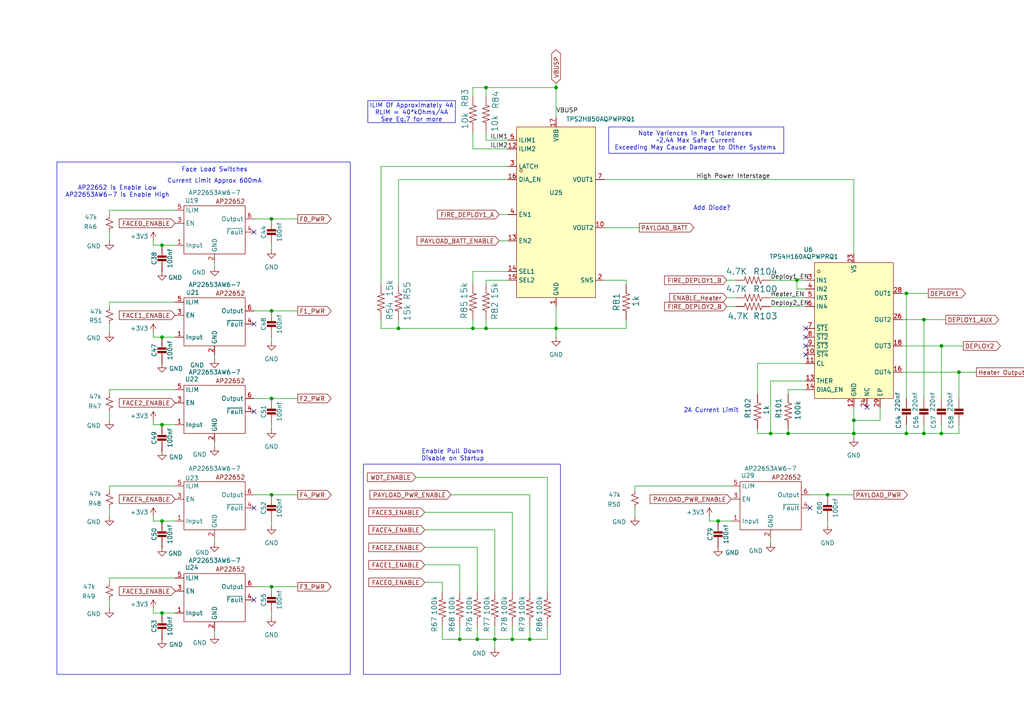
<source format=kicad_sch>
(kicad_sch (version 20250114) (generator "eeschema") (generator_version "9.0")
  (paper "A4")
  (lib_symbols
    (symbol "Adafruit ItsyBitsy RP2040-eagle-import:CAP_CERAMIC_0402NO"
      (property "Reference" "C" (at -2.29 1.25 90))
      (property "Value" "CAP_CERAMIC_0402NO" (at 2.3 1.25 90))
      (symbol "CAP_CERAMIC_0402NO_1_0"
        (rectangle (start -1.27 1.524) (end 1.27 2.032) (fill (type outline)))
        (rectangle (start -1.27 0.508) (end 1.27 1.016) (fill (type outline)))
        (polyline (pts (xy 0 2.54) (xy 0 1.778)) (stroke (width 0.1524)))
        (polyline (pts (xy 0 0.762) (xy 0 0)) (stroke (width 0.1524)))
        (pin passive line (at 0 5.08 270) (length 2.54) (name "1") (number "1"))
        (pin passive line (at 0 -2.54 90) (length 2.54) (name "2") (number "2"))
      )
    )
    (symbol "Device:R_Small_US" (pin_numbers (hide yes)) (pin_names (offset 0.254) (hide yes))
      (property "Reference" "R" (at 0.762 0.508 0))
      (property "Value" "R_Small_US" (at 0.762 -1.016 0))
      (symbol "R_Small_US_1_1"
        (polyline (pts (xy 0 1.524) (xy 1.016 1.143) (xy 0 0.762) (xy -1.016 0.381) (xy 0 0)))
        (polyline (pts (xy 0 0) (xy 1.016 -0.381) (xy 0 -0.762) (xy -1.016 -1.143) (xy 0 -1.524)))
        (pin passive line (at 0 2.54 270) (length 1.016) (name "~") (number "1"))
        (pin passive line (at 0 -2.54 90) (length 1.016) (name "~") (number "2"))
      )
    )
    (symbol "GND_1" (power) (pin_numbers (hide yes)) (pin_names (offset 0) (hide yes))
      (property "Value" "GND" (at 0 -3.81 0))
      (symbol "GND_1_0_1"
        (polyline (pts (xy 0 0) (xy 0 -1.27) (xy 1.27 -1.27) (xy 0 -2.54) (xy -1.27 -1.27) (xy 0 -1.27)))
      )
      (symbol "GND_1_1_1"
        (pin power_in line (at 0 0 270) (length 0) (name "~") (number "1"))
      )
    )
    (symbol "Power_Management:AP22652"
      (property "Reference" "U" (at -7.874 9.906 0))
      (symbol "AP22652_0_1"
        (rectangle (start -8.89 8.89) (end 8.89 -5.08))
      )
      (symbol "AP22652_1_1"
        (text "AP22652" (at 4.572 10.16 0) (effects (font (size 1.27 1.27))))
        (pin input line (at -11.43 7.62 0) (length 2.54) (name "ILIM") (number "5"))
        (pin input line (at -11.43 3.81 0) (length 2.54) (name "EN") (number "3"))
        (pin input line (at -11.43 -2.54 0) (length 2.54) (name "Input") (number "1"))
        (pin input line (at 0 -7.62 90) (length 2.54) (name "GND") (number "2"))
        (pin output line (at 11.43 5.08 180) (length 2.54) (name "Output") (number "6"))
        (pin output line (at 11.43 1.27 180) (length 2.54) (name "~{Fault}") (number "4"))
      )
    )
    (symbol "easyeda2kicad:TPS2HB50AQPWPRQ1"
      (property "Reference" "U" (at 0 12.7 0))
      (property "Value" "TPS2HB50AQPWPRQ1" (at -14.732 38.862 0))
      (symbol "TPS2HB50AQPWPRQ1_0_1"
        (rectangle (start -11.43 36.83) (end 11.43 -12.7) (fill (type background)))
        (circle (center -10.16 24.13) (radius 0.38))
        (pin unspecified line (at -13.97 33.02 0) (length 2.54) (name "ILIM1") (number "5"))
        (pin unspecified line (at -13.97 30.48 0) (length 2.54) (name "ILIM2") (number "12"))
        (pin unspecified line (at -13.97 25.4 0) (length 2.54) (name "LATCH") (number "3"))
        (pin unspecified line (at -13.97 21.59 0) (length 2.54) (name "DIA_EN") (number "16"))
        (pin unspecified line (at -13.97 11.43 0) (length 2.54) (name "EN1") (number "4"))
        (pin unspecified line (at -13.97 3.81 0) (length 2.54) (name "EN2") (number "13"))
        (pin unspecified line (at -13.97 -5.08 0) (length 2.54) (name "SEL1") (number "14"))
        (pin unspecified line (at -13.97 -7.62 0) (length 2.54) (name "SEL2") (number "15"))
        (pin unspecified line (at 0 -15.24 90) (length 2.54) (name "GND") (number "1"))
      )
      (symbol "TPS2HB50AQPWPRQ1_1_1"
        (pin unspecified line (at 0 39.37 270) (length 2.54) (name "VBB") (number "17"))
        (pin output line (at 13.97 21.59 180) (length 2.54) (hide yes) (name "VOUT1") (number "6"))
        (pin output line (at 13.97 21.59 180) (length 2.54) (name "VOUT1") (number "7"))
        (pin output line (at 13.97 21.59 180) (length 2.54) (hide yes) (name "VOUT1") (number "8"))
        (pin output line (at 13.97 7.62 180) (length 2.54) (name "VOUT2") (number "10"))
        (pin output line (at 13.97 7.62 180) (length 2.54) (hide yes) (name "VOUT2") (number "11"))
        (pin output line (at 13.97 7.62 180) (length 2.54) (hide yes) (name "VOUT2") (number "9"))
        (pin output line (at 13.97 -7.62 180) (length 2.54) (name "SNS") (number "2"))
      )
    )
    (symbol "easyeda2kicad:TPS4H160AQPWPRQ1"
      (property "Reference" "U" (at 0 24.13 0))
      (property "Value" "TPS4H160AQPWPRQ1" (at -19.812 21.59 0))
      (symbol "TPS4H160AQPWPRQ1_0_1"
        (rectangle (start -11.43 20.32) (end 11.43 -19.05) (fill (type background)))
        (circle (center -10.16 17.78) (radius 0.38))
        (pin unspecified line (at -13.97 15.24 0) (length 2.54) (name "IN1") (number "3"))
        (pin unspecified line (at -13.97 12.7 0) (length 2.54) (name "IN2") (number "4"))
        (pin unspecified line (at -13.97 10.16 0) (length 2.54) (name "IN3") (number "5"))
        (pin unspecified line (at -13.97 7.62 0) (length 2.54) (name "IN4") (number "6"))
        (pin unspecified line (at -13.97 1.27 0) (length 2.54) (name "~{ST1}") (number "7"))
        (pin unspecified line (at -13.97 -1.27 0) (length 2.54) (name "~{ST2}") (number "8"))
        (pin unspecified line (at -13.97 -3.81 0) (length 2.54) (name "~{ST3}") (number "9"))
        (pin unspecified line (at -13.97 -6.35 0) (length 2.54) (name "~{ST4}") (number "10"))
        (pin unspecified line (at -13.97 -8.89 0) (length 2.54) (name "CL") (number "11"))
        (pin unspecified line (at -13.97 -13.97 0) (length 2.54) (name "THER") (number "13"))
        (pin unspecified line (at -13.97 -16.51 0) (length 2.54) (name "DIAG_EN") (number "14"))
        (pin unspecified line (at 0 22.86 270) (length 2.54) (name "VS") (number "23"))
        (pin unspecified line (at 0 -21.59 90) (length 2.54) (name "GND") (number "12"))
        (pin unspecified line (at 3.81 -21.59 90) (length 2.54) (name "NC") (number "24"))
        (pin unspecified line (at 7.62 -21.59 90) (length 2.54) (name "EP") (number "29"))
        (pin unspecified line (at 13.97 11.43 180) (length 2.54) (name "OUT1") (number "28"))
        (pin unspecified line (at 13.97 3.81 180) (length 2.54) (name "OUT2") (number "26"))
        (pin unspecified line (at 13.97 -3.81 180) (length 2.54) (name "OUT3") (number "18"))
        (pin unspecified line (at 13.97 -11.43 180) (length 2.54) (name "OUT4") (number "16"))
      )
      (symbol "TPS4H160AQPWPRQ1_1_1"
        (pin unspecified line (at 0 22.86 270) (length 2.54) (hide yes) (name "VS") (number "20"))
        (pin unspecified line (at 0 22.86 270) (length 2.54) (hide yes) (name "VS") (number "21"))
        (pin unspecified line (at 0 22.86 270) (length 2.54) (hide yes) (name "VS") (number "22"))
        (pin unspecified line (at 0 -21.59 90) (length 2.54) (hide yes) (name "GND") (number "1"))
        (pin unspecified line (at 3.81 -21.59 90) (length 2.54) (hide yes) (name "NC") (number "19"))
        (pin unspecified line (at 3.81 -21.59 90) (length 2.54) (hide yes) (name "NC") (number "2"))
        (pin unspecified line (at 13.97 11.43 180) (length 2.54) (hide yes) (name "OUT1") (number "27"))
        (pin unspecified line (at 13.97 3.81 180) (length 2.54) (hide yes) (name "OUT2") (number "25"))
        (pin unspecified line (at 13.97 -3.81 180) (length 2.54) (hide yes) (name "OUT3") (number "17"))
        (pin unspecified line (at 13.97 -11.43 180) (length 2.54) (hide yes) (name "OUT4") (number "15"))
      )
    )
    (symbol "mainboard:R-US_R0603" (pin_names (offset 1.016))
      (property "Reference" "R" (at -3.81 1.4986 0))
      (property "Value" "R-US_R0603" (at -3.81 -3.302 0))
      (symbol "R-US_R0603_1_0"
        (polyline (pts (xy -2.54 0) (xy -2.159 1.016)))
        (polyline (pts (xy -2.159 1.016) (xy -1.524 -1.016)))
        (polyline (pts (xy -1.524 -1.016) (xy -0.889 1.016)))
        (polyline (pts (xy -0.889 1.016) (xy -0.254 -1.016)))
        (polyline (pts (xy -0.254 -1.016) (xy 0.381 1.016)))
        (polyline (pts (xy 0.381 1.016) (xy 1.016 -1.016)))
        (polyline (pts (xy 1.016 -1.016) (xy 1.651 1.016)))
        (polyline (pts (xy 1.651 1.016) (xy 2.286 -1.016)))
        (polyline (pts (xy 2.286 -1.016) (xy 2.54 0)))
        (pin passive line (at -5.08 0 0) (length 2.54) (name "1") (number "1"))
        (pin passive line (at 5.08 0 180) (length 2.54) (name "2") (number "2"))
      )
    )
    (symbol "mainboard:RESISTOR0603" (pin_names (offset 1.016))
      (property "Reference" "R" (at 0 1.524 0))
      (property "Value" "RESISTOR0603" (at 0 -1.524 0))
      (symbol "RESISTOR0603_1_0"
        (polyline (pts (xy -2.54 0) (xy -2.159 1.016)))
        (polyline (pts (xy -2.159 1.016) (xy -1.524 -1.016)))
        (polyline (pts (xy -1.524 -1.016) (xy -0.889 1.016)))
        (polyline (pts (xy -0.889 1.016) (xy -0.254 -1.016)))
        (polyline (pts (xy -0.254 -1.016) (xy 0.381 1.016)))
        (polyline (pts (xy 0.381 1.016) (xy 1.016 -1.016)))
        (polyline (pts (xy 1.016 -1.016) (xy 1.651 1.016)))
        (polyline (pts (xy 1.651 1.016) (xy 2.286 -1.016)))
        (polyline (pts (xy 2.286 -1.016) (xy 2.54 0)))
        (pin passive line (at -5.08 0 0) (length 2.54) (name "1") (number "1"))
        (pin passive line (at 5.08 0 180) (length 2.54) (name "2") (number "2"))
      )
    )
    (symbol "power:+3V3" (power) (pin_numbers (hide yes)) (pin_names (offset 0) (hide yes))
      (property "Value" "+3V3" (at 0 3.556 0))
      (symbol "+3V3_0_1"
        (polyline (pts (xy -0.762 1.27) (xy 0 2.54)))
        (polyline (pts (xy 0 2.54) (xy 0.762 1.27)))
        (polyline (pts (xy 0 0) (xy 0 2.54)))
      )
      (symbol "+3V3_1_1"
        (pin power_in line (at 0 0 90) (length 0) (name "~") (number "1"))
      )
    )
    (symbol "power:GND" (power) (pin_numbers (hide yes)) (pin_names (offset 0) (hide yes))
      (property "Value" "GND" (at 0 -3.81 0))
      (symbol "GND_0_1"
        (polyline (pts (xy 0 0) (xy 0 -1.27) (xy 1.27 -1.27) (xy 0 -2.54) (xy -1.27 -1.27) (xy 0 -1.27)))
      )
      (symbol "GND_1_1"
        (pin power_in line (at 0 0 270) (length 0) (name "~") (number "1"))
      )
    )
  )
  (rectangle (start 176.53 36.83) (end 227.33 44.45))
  (rectangle (start 106.68 29.21) (end 132.08 35.56))
  (rectangle (start 105.41 134.62) (end 162.56 195.58))
  (rectangle (start 16.51 46.99) (end 101.6 195.58))
  (text "Current Limit Approx 600mA" (at 62.23 52.578 0) (effects (font (size 1.27 1.27))))
  (text "ILIM Of Approximately 4A\nRLIM = 40*kOhms/4A\nSee Eq.7 for more\n\n" (at 119.38 33.782 0) (effects (font (size 1.27 1.27))))
  (text "Add Diode?" (at 206.502 60.452 0) (effects (font (size 1.27 1.27))))
  (text "Note Variences in Part Tolerances\n~2.4A Max Safe Current\nExceeding May Cause Damage to Other Systems" (at 201.676 40.894 0) (effects (font (size 1.27 1.27))))
  (text "2A Current Limit" (at 206.248 119.126 0) (effects (font (size 1.27 1.27))))
  (text "AP22652 is Enable Low\nAP22653AW6-7 is Enable High" (at 34.036 55.626 0) (effects (font (size 1.27 1.27))))
  (text "Enable Pull Downs\nDisable on Startup" (at 131.318 132.08 0) (effects (font (size 1.27 1.27))))
  (text "Face Load Switches\n" (at 62.23 49.276 0) (effects (font (size 1.27 1.27))))
  (junction (at 247.65 121.92))
  (junction (at 223.52 125.73))
  (junction (at 78.74 115.57))
  (junction (at 273.05 125.73))
  (junction (at 133.35 185.42))
  (junction (at 208.28 151.13))
  (junction (at 115.57 95.25))
  (junction (at 138.43 185.42))
  (junction (at 161.29 95.25))
  (junction (at 137.16 95.25))
  (junction (at 143.51 185.42))
  (junction (at 240.03 143.51))
  (junction (at 148.59 185.42))
  (junction (at 46.99 151.13))
  (junction (at 46.99 177.8))
  (junction (at 278.13 107.95))
  (junction (at 267.97 125.73))
  (junction (at 140.97 25.4))
  (junction (at 247.65 125.73))
  (junction (at 78.74 143.51))
  (junction (at 273.05 100.33))
  (junction (at 228.6 125.73))
  (junction (at 46.99 97.79))
  (junction (at 262.89 85.09))
  (junction (at 267.97 92.71))
  (junction (at 161.29 25.4))
  (junction (at 46.99 123.19))
  (junction (at 231.14 81.28))
  (junction (at 78.74 90.17))
  (junction (at 262.89 125.73))
  (junction (at 78.74 63.5))
  (junction (at 46.99 71.12))
  (junction (at 153.67 185.42))
  (junction (at 78.74 170.18))
  (junction (at 140.97 95.25))
  (no_connect (at 233.68 97.79))
  (no_connect (at 251.46 118.11))
  (no_connect (at 73.66 147.32))
  (no_connect (at 233.68 100.33))
  (no_connect (at 73.66 119.38))
  (no_connect (at 233.68 95.25))
  (no_connect (at 73.66 93.98))
  (no_connect (at 73.66 173.99))
  (no_connect (at 73.66 67.31))
  (no_connect (at 233.68 102.87))
  (no_connect (at 234.95 147.32))
  (wire (pts (xy 278.13 125.73) (xy 273.05 125.73)))
  (wire (pts (xy 240.03 143.51) (xy 247.65 143.51)))
  (wire (pts (xy 181.61 95.25) (xy 161.29 95.25)))
  (wire (pts (xy 128.27 181.61) (xy 128.27 185.42)))
  (wire (pts (xy 31.75 140.97) (xy 50.8 140.97)))
  (wire (pts (xy 148.59 185.42) (xy 143.51 185.42)))
  (wire (pts (xy 110.49 48.26) (xy 147.32 48.26)))
  (wire (pts (xy 110.49 92.71) (xy 110.49 95.25)))
  (wire (pts (xy 223.52 110.49) (xy 223.52 125.73)))
  (wire (pts (xy 143.51 153.67) (xy 143.51 171.45)))
  (wire (pts (xy 78.74 151.13) (xy 78.74 152.4)))
  (wire (pts (xy 110.49 95.25) (xy 115.57 95.25)))
  (wire (pts (xy 210.82 88.9) (xy 213.36 88.9)))
  (wire (pts (xy 31.75 67.31) (xy 31.75 69.85)))
  (wire (pts (xy 231.14 83.82) (xy 233.68 83.82)))
  (wire (pts (xy 46.99 123.19) (xy 50.8 123.19)))
  (wire (pts (xy 123.19 168.91) (xy 128.27 168.91)))
  (wire (pts (xy 228.6 125.73) (xy 247.65 125.73)))
  (wire (pts (xy 137.16 27.94) (xy 137.16 25.4)))
  (wire (pts (xy 31.75 147.32) (xy 31.75 149.86)))
  (wire (pts (xy 140.97 95.25) (xy 161.29 95.25)))
  (wire (pts (xy 228.6 113.03) (xy 228.6 114.3)))
  (wire (pts (xy 231.14 81.28) (xy 233.68 81.28)))
  (wire (pts (xy 50.8 113.03) (xy 31.75 113.03)))
  (wire (pts (xy 181.61 92.71) (xy 181.61 95.25)))
  (wire (pts (xy 44.45 149.86) (xy 44.45 151.13)))
  (wire (pts (xy 73.66 115.57) (xy 78.74 115.57)))
  (wire (pts (xy 133.35 181.61) (xy 133.35 185.42)))
  (wire (pts (xy 115.57 92.71) (xy 115.57 95.25)))
  (wire (pts (xy 44.45 151.13) (xy 46.99 151.13)))
  (wire (pts (xy 175.26 81.28) (xy 181.61 81.28)))
  (wire (pts (xy 144.78 69.85) (xy 147.32 69.85)))
  (wire (pts (xy 205.74 149.86) (xy 205.74 151.13)))
  (wire (pts (xy 140.97 92.71) (xy 140.97 95.25)))
  (wire (pts (xy 140.97 40.64) (xy 140.97 38.1)))
  (wire (pts (xy 262.89 85.09) (xy 262.89 115.57)))
  (wire (pts (xy 184.15 140.97) (xy 184.15 142.24)))
  (wire (pts (xy 219.71 124.46) (xy 219.71 125.73)))
  (wire (pts (xy 73.66 63.5) (xy 78.74 63.5)))
  (wire (pts (xy 31.75 113.03) (xy 31.75 114.3)))
  (wire (pts (xy 231.14 81.28) (xy 231.14 83.82)))
  (wire (pts (xy 143.51 185.42) (xy 143.51 187.96)))
  (wire (pts (xy 140.97 25.4) (xy 140.97 27.94)))
  (wire (pts (xy 78.74 90.17) (xy 86.36 90.17)))
  (wire (pts (xy 137.16 92.71) (xy 137.16 95.25)))
  (wire (pts (xy 247.65 127) (xy 247.65 125.73)))
  (wire (pts (xy 262.89 125.73) (xy 247.65 125.73)))
  (wire (pts (xy 267.97 125.73) (xy 262.89 125.73)))
  (wire (pts (xy 46.99 71.12) (xy 50.8 71.12)))
  (wire (pts (xy 273.05 100.33) (xy 279.4 100.33)))
  (wire (pts (xy 138.43 158.75) (xy 138.43 171.45)))
  (wire (pts (xy 133.35 185.42) (xy 138.43 185.42)))
  (wire (pts (xy 147.32 81.28) (xy 140.97 81.28)))
  (wire (pts (xy 140.97 25.4) (xy 161.29 25.4)))
  (wire (pts (xy 78.74 170.18) (xy 86.36 170.18)))
  (wire (pts (xy 31.75 93.98) (xy 31.75 96.52)))
  (wire (pts (xy 273.05 125.73) (xy 267.97 125.73)))
  (wire (pts (xy 278.13 107.95) (xy 283.21 107.95)))
  (wire (pts (xy 133.35 163.83) (xy 133.35 171.45)))
  (wire (pts (xy 62.23 156.21) (xy 62.23 157.48)))
  (wire (pts (xy 143.51 181.61) (xy 143.51 185.42)))
  (wire (pts (xy 50.8 60.96) (xy 31.75 60.96)))
  (wire (pts (xy 147.32 78.74) (xy 137.16 78.74)))
  (wire (pts (xy 261.62 107.95) (xy 278.13 107.95)))
  (wire (pts (xy 233.68 110.49) (xy 223.52 110.49)))
  (wire (pts (xy 123.19 148.59) (xy 148.59 148.59)))
  (wire (pts (xy 161.29 88.9) (xy 161.29 95.25)))
  (wire (pts (xy 110.49 48.26) (xy 110.49 82.55)))
  (wire (pts (xy 181.61 81.28) (xy 181.61 82.55)))
  (wire (pts (xy 128.27 185.42) (xy 133.35 185.42)))
  (wire (pts (xy 267.97 92.71) (xy 274.32 92.71)))
  (wire (pts (xy 205.74 151.13) (xy 208.28 151.13)))
  (wire (pts (xy 153.67 143.51) (xy 130.81 143.51)))
  (wire (pts (xy 223.52 125.73) (xy 228.6 125.73)))
  (wire (pts (xy 44.45 121.92) (xy 44.45 123.19)))
  (wire (pts (xy 278.13 123.19) (xy 278.13 125.73)))
  (wire (pts (xy 262.89 85.09) (xy 261.62 85.09)))
  (wire (pts (xy 267.97 92.71) (xy 267.97 115.57)))
  (wire (pts (xy 223.52 88.9) (xy 233.68 88.9)))
  (wire (pts (xy 31.75 119.38) (xy 31.75 121.92)))
  (wire (pts (xy 255.27 118.11) (xy 255.27 121.92)))
  (wire (pts (xy 148.59 181.61) (xy 148.59 185.42)))
  (wire (pts (xy 262.89 123.19) (xy 262.89 125.73)))
  (wire (pts (xy 138.43 185.42) (xy 143.51 185.42)))
  (wire (pts (xy 31.75 167.64) (xy 31.75 168.91)))
  (wire (pts (xy 223.52 81.28) (xy 231.14 81.28)))
  (wire (pts (xy 153.67 185.42) (xy 148.59 185.42)))
  (wire (pts (xy 261.62 100.33) (xy 273.05 100.33)))
  (wire (pts (xy 78.74 63.5) (xy 86.36 63.5)))
  (wire (pts (xy 158.75 185.42) (xy 153.67 185.42)))
  (wire (pts (xy 120.65 138.43) (xy 158.75 138.43)))
  (wire (pts (xy 153.67 171.45) (xy 153.67 143.51)))
  (wire (pts (xy 240.03 151.13) (xy 240.03 152.4)))
  (wire (pts (xy 44.45 97.79) (xy 46.99 97.79)))
  (wire (pts (xy 210.82 81.28) (xy 213.36 81.28)))
  (wire (pts (xy 247.65 52.07) (xy 247.65 73.66)))
  (wire (pts (xy 123.19 163.83) (xy 133.35 163.83)))
  (wire (pts (xy 46.99 151.13) (xy 50.8 151.13)))
  (wire (pts (xy 210.82 86.36) (xy 213.36 86.36)))
  (wire (pts (xy 269.24 85.09) (xy 262.89 85.09)))
  (wire (pts (xy 78.74 71.12) (xy 78.74 72.39)))
  (wire (pts (xy 50.8 167.64) (xy 31.75 167.64)))
  (wire (pts (xy 137.16 95.25) (xy 140.97 95.25)))
  (wire (pts (xy 255.27 121.92) (xy 247.65 121.92)))
  (wire (pts (xy 62.23 102.87) (xy 62.23 104.14)))
  (wire (pts (xy 44.45 176.53) (xy 44.45 177.8)))
  (wire (pts (xy 115.57 52.07) (xy 115.57 82.55)))
  (wire (pts (xy 247.65 118.11) (xy 247.65 121.92)))
  (wire (pts (xy 123.19 158.75) (xy 138.43 158.75)))
  (wire (pts (xy 161.29 25.4) (xy 161.29 24.13)))
  (wire (pts (xy 233.68 113.03) (xy 228.6 113.03)))
  (wire (pts (xy 153.67 181.61) (xy 153.67 185.42)))
  (wire (pts (xy 31.75 62.23) (xy 31.75 60.96)))
  (wire (pts (xy 223.52 86.36) (xy 233.68 86.36)))
  (wire (pts (xy 219.71 105.41) (xy 219.71 114.3)))
  (wire (pts (xy 115.57 95.25) (xy 137.16 95.25)))
  (wire (pts (xy 148.59 148.59) (xy 148.59 171.45)))
  (wire (pts (xy 261.62 92.71) (xy 267.97 92.71)))
  (wire (pts (xy 184.15 147.32) (xy 184.15 149.86)))
  (wire (pts (xy 273.05 100.33) (xy 273.05 115.57)))
  (wire (pts (xy 44.45 96.52) (xy 44.45 97.79)))
  (wire (pts (xy 147.32 43.18) (xy 137.16 43.18)))
  (wire (pts (xy 44.45 69.85) (xy 44.45 71.12)))
  (wire (pts (xy 138.43 181.61) (xy 138.43 185.42)))
  (wire (pts (xy 62.23 76.2) (xy 62.23 77.47)))
  (wire (pts (xy 137.16 78.74) (xy 137.16 82.55)))
  (wire (pts (xy 78.74 123.19) (xy 78.74 124.46)))
  (wire (pts (xy 78.74 115.57) (xy 86.36 115.57)))
  (wire (pts (xy 219.71 125.73) (xy 223.52 125.73)))
  (wire (pts (xy 267.97 123.19) (xy 267.97 125.73)))
  (wire (pts (xy 233.68 105.41) (xy 219.71 105.41)))
  (wire (pts (xy 31.75 140.97) (xy 31.75 142.24)))
  (wire (pts (xy 123.19 153.67) (xy 143.51 153.67)))
  (wire (pts (xy 212.09 140.97) (xy 184.15 140.97)))
  (wire (pts (xy 73.66 90.17) (xy 78.74 90.17)))
  (wire (pts (xy 247.65 121.92) (xy 247.65 125.73)))
  (wire (pts (xy 44.45 123.19) (xy 46.99 123.19)))
  (wire (pts (xy 78.74 143.51) (xy 86.36 143.51)))
  (wire (pts (xy 208.28 151.13) (xy 212.09 151.13)))
  (wire (pts (xy 137.16 25.4) (xy 140.97 25.4)))
  (wire (pts (xy 234.95 143.51) (xy 240.03 143.51)))
  (wire (pts (xy 31.75 87.63) (xy 50.8 87.63)))
  (wire (pts (xy 158.75 138.43) (xy 158.75 171.45)))
  (wire (pts (xy 78.74 177.8) (xy 78.74 179.07)))
  (wire (pts (xy 44.45 71.12) (xy 46.99 71.12)))
  (wire (pts (xy 73.66 143.51) (xy 78.74 143.51)))
  (wire (pts (xy 78.74 97.79) (xy 78.74 99.06)))
  (wire (pts (xy 144.78 62.23) (xy 147.32 62.23)))
  (wire (pts (xy 147.32 40.64) (xy 140.97 40.64)))
  (wire (pts (xy 175.26 66.04) (xy 185.42 66.04)))
  (wire (pts (xy 128.27 168.91) (xy 128.27 171.45)))
  (wire (pts (xy 31.75 87.63) (xy 31.75 88.9)))
  (wire (pts (xy 31.75 173.99) (xy 31.75 176.53)))
  (wire (pts (xy 44.45 177.8) (xy 46.99 177.8)))
  (wire (pts (xy 140.97 81.28) (xy 140.97 82.55)))
  (wire (pts (xy 115.57 52.07) (xy 147.32 52.07)))
  (wire (pts (xy 137.16 43.18) (xy 137.16 38.1)))
  (wire (pts (xy 161.29 25.4) (xy 161.29 34.29)))
  (wire (pts (xy 161.29 97.79) (xy 161.29 95.25)))
  (wire (pts (xy 223.52 156.21) (xy 223.52 157.48)))
  (wire (pts (xy 158.75 181.61) (xy 158.75 185.42)))
  (wire (pts (xy 62.23 128.27) (xy 62.23 129.54)))
  (wire (pts (xy 247.65 52.07) (xy 175.26 52.07)))
  (wire (pts (xy 73.66 170.18) (xy 78.74 170.18)))
  (wire (pts (xy 46.99 97.79) (xy 50.8 97.79)))
  (wire (pts (xy 273.05 123.19) (xy 273.05 125.73)))
  (wire (pts (xy 278.13 107.95) (xy 278.13 115.57)))
  (wire (pts (xy 46.99 177.8) (xy 50.8 177.8)))
  (wire (pts (xy 62.23 182.88) (xy 62.23 184.15)))
  (wire (pts (xy 228.6 124.46) (xy 228.6 125.73)))
  (label "Deploy1_EN" (at 223.52 81.28 0))
  (label "Deploy2_EN" (at 223.52 88.9 0))
  (label "High Power Interstage" (at 201.93 52.07 0))
  (label "VBUSP" (at 161.29 33.02 0))
  (label "ILIM1" (at 142.24 40.64 0))
  (label "Heater_EN" (at 223.52 86.36 0))
  (label "ILIM2" (at 142.24 43.18 0))
  (global_label "FACE0_ENABLE" (shape input) (at 50.8 64.77 180) (property "Intersheetrefs" "${INTERSHEET_REFS}" (effects (hide yes))))
  (global_label "F3_PWR" (shape output) (at 86.36 170.18 0) (property "Intersheetrefs" "${INTERSHEET_REFS}" (effects (hide yes))))
  (global_label "FACE1_ENABLE" (shape input) (at 50.8 91.44 180) (property "Intersheetrefs" "${INTERSHEET_REFS}" (effects (hide yes))))
  (global_label "DEPLOY1" (shape output) (at 269.24 85.09 0) (property "Intersheetrefs" "${INTERSHEET_REFS}" (effects (hide yes))))
  (global_label "FIRE_DEPLOY1_B" (shape input) (at 210.82 81.28 180) (property "Intersheetrefs" "${INTERSHEET_REFS}" (effects (hide yes))))
  (global_label "PAYLOAD_PWR_ENABLE" (shape input) (at 130.81 143.51 180) (property "Intersheetrefs" "${INTERSHEET_REFS}" (effects (hide yes))))
  (global_label "PAYLOAD_PWR_ENABLE" (shape input) (at 212.09 144.78 180) (property "Intersheetrefs" "${INTERSHEET_REFS}" (effects (hide yes))))
  (global_label "Heater Output" (shape output) (at 283.21 107.95 0) (property "Intersheetrefs" "${INTERSHEET_REFS}" (effects (hide yes))))
  (global_label "FACE1_ENABLE" (shape input) (at 123.19 163.83 180) (property "Intersheetrefs" "${INTERSHEET_REFS}" (effects (hide yes))))
  (global_label "PAYLOAD_BATT" (shape output) (at 185.42 66.04 0) (property "Intersheetrefs" "${INTERSHEET_REFS}" (effects (hide yes))))
  (global_label "PAYLOAD_BATT_ENABLE" (shape input) (at 144.78 69.85 180) (property "Intersheetrefs" "${INTERSHEET_REFS}" (effects (hide yes))))
  (global_label "FACE4_ENABLE" (shape input) (at 50.8 144.78 180) (property "Intersheetrefs" "${INTERSHEET_REFS}" (effects (hide yes))))
  (global_label "F0_PWR" (shape output) (at 86.36 63.5 0) (property "Intersheetrefs" "${INTERSHEET_REFS}" (effects (hide yes))))
  (global_label "FACE4_ENABLE" (shape input) (at 123.19 153.67 180) (property "Intersheetrefs" "${INTERSHEET_REFS}" (effects (hide yes))))
  (global_label "DEPLOY1_AUX" (shape output) (at 274.32 92.71 0) (property "Intersheetrefs" "${INTERSHEET_REFS}" (effects (hide yes))))
  (global_label "FIRE_DEPLOY2_B" (shape input) (at 210.82 88.9 180) (property "Intersheetrefs" "${INTERSHEET_REFS}" (effects (hide yes))))
  (global_label "FACE3_ENABLE" (shape input) (at 50.8 171.45 180) (property "Intersheetrefs" "${INTERSHEET_REFS}" (effects (hide yes))))
  (global_label "PAYLOAD_PWR" (shape output) (at 247.65 143.51 0) (property "Intersheetrefs" "${INTERSHEET_REFS}" (effects (hide yes))))
  (global_label "VBUSP" (shape bidirectional) (at 161.29 24.13 90) (property "Intersheetrefs" "${INTERSHEET_REFS}" (effects (hide yes))))
  (global_label "FIRE_DEPLOY1_A" (shape input) (at 144.78 62.23 180) (property "Intersheetrefs" "${INTERSHEET_REFS}" (effects (hide yes))))
  (global_label "FACE2_ENABLE" (shape input) (at 123.19 158.75 180) (property "Intersheetrefs" "${INTERSHEET_REFS}" (effects (hide yes))))
  (global_label "F1_PWR" (shape output) (at 86.36 90.17 0) (property "Intersheetrefs" "${INTERSHEET_REFS}" (effects (hide yes))))
  (global_label "F4_PWR" (shape output) (at 86.36 143.51 0) (property "Intersheetrefs" "${INTERSHEET_REFS}" (effects (hide yes))))
  (global_label "WDT_ENABLE" (shape input) (at 120.65 138.43 180) (property "Intersheetrefs" "${INTERSHEET_REFS}" (effects (hide yes))))
  (global_label "DEPLOY2" (shape output) (at 279.4 100.33 0) (property "Intersheetrefs" "${INTERSHEET_REFS}" (effects (hide yes))))
  (global_label "FACE0_ENABLE" (shape input) (at 123.19 168.91 180) (property "Intersheetrefs" "${INTERSHEET_REFS}" (effects (hide yes))))
  (global_label "F2_PWR" (shape output) (at 86.36 115.57 0) (property "Intersheetrefs" "${INTERSHEET_REFS}" (effects (hide yes))))
  (global_label "ENABLE_Heater" (shape input) (at 210.82 86.36 180) (property "Intersheetrefs" "${INTERSHEET_REFS}" (effects (hide yes))))
  (global_label "FACE3_ENABLE" (shape input) (at 123.19 148.59 180) (property "Intersheetrefs" "${INTERSHEET_REFS}" (effects (hide yes))))
  (global_label "FACE2_ENABLE" (shape input) (at 50.8 116.84 180) (property "Intersheetrefs" "${INTERSHEET_REFS}" (effects (hide yes))))
  (symbol (lib_name "GND_1") (lib_id "power:GND") (at 31.75 69.85 0) (unit 1)
    (property "Reference" "#PWR0133" (effects (hide yes)))
    (property "Value" "GND" (at 27.178 71.374 0))
    (property "Description" "Power symbol creates a global label with name \"GND\" , ground" (effects (hide yes)))
  )
  (symbol (lib_id "power:+3V3") (at 205.74 149.86 0) (unit 1)
    (property "Reference" "#PWR0161" (effects (hide yes)))
    (property "Value" "+3V3" (at 201.676 148.59 0))
    (property "Description" "Power symbol creates a global label with name \"+3V3\"" (effects (hide yes)))
  )
  (symbol (lib_name "GND_1") (lib_id "power:GND") (at 46.99 130.81 0) (unit 1)
    (property "Reference" "#PWR0127" (effects (hide yes)))
    (property "Value" "GND" (at 51.054 132.588 0))
    (property "Description" "Power symbol creates a global label with name \"GND\" , ground" (effects (hide yes)))
  )
  (symbol (lib_id "mainboard:RESISTOR0603") (at 218.44 86.36 180) (unit 1)
    (property "Reference" "R100" (at 221.996 82.804 0) (effects (font (size 1.778 1.778)) (justify bottom)))
    (property "Value" "4.7K" (at 213.614 84.836 0) (effects (font (size 1.778 1.778)) (justify top)))
    (property "Footprint" "Resistor_SMD:R_0603_1608Metric" (effects (hide yes)))
    (property "Description" "4.7K 0603" (effects (hide yes)))
  )
  (symbol (lib_id "Adafruit ItsyBitsy RP2040-eagle-import:CAP_CERAMIC_0402NO") (at 78.74 148.59 0) (unit 1)
    (property "Reference" "C52" (at 76.45 147.34 90))
    (property "Value" "100nf" (at 81.04 147.34 90))
    (property "Footprint" "Capacitor_SMD:C_0402_1005Metric" (effects (hide yes)))
  )
  (symbol (lib_id "Device:R_Small_US") (at 31.75 116.84 0) (mirror x) (unit 1)
    (property "Reference" "R47" (at 29.464 117.856 0) (effects (justify right)))
    (property "Value" "47k" (at 29.464 115.062 0) (effects (justify right)))
    (property "Footprint" "Resistor_SMD:R_0603_1608Metric" (effects (hide yes)))
    (property "Description" "47 kOhms ±1% 0.1W, 1/10W Chip Resistor 0603 (1608 Metric) Automotive AEC-Q200 Thick Film" (effects (hide yes)))
    (property "DPN" "RMCF0603FT47K0CT-ND" (effects (hide yes)))
    (property "DST" "Digi-Key" (effects (hide yes)))
    (property "MFR" "Stackpole Electronics Inc" (effects (hide yes)))
    (property "MPN" "RMCF0603FT47K0" (effects (hide yes)))
  )
  (symbol (lib_id "power:GND") (at 247.65 127 0) (unit 1)
    (property "Reference" "#PWR01" (effects (hide yes)))
    (property "Value" "GND" (at 247.65 132.08 0))
    (property "Description" "Power symbol creates a global label with name \"GND\" , ground" (effects (hide yes)))
  )
  (symbol (lib_id "Power_Management:AP22652") (at 223.52 148.59 0) (unit 1)
    (property "Reference" "U29" (at 216.916 137.922 0))
    (property "Value" "AP22653AW6-7" (at 223.52 135.89 0))
    (property "Footprint" "SOT26:SOT26" (effects (hide yes)))
  )
  (symbol (lib_id "mainboard:RESISTOR0603") (at 137.16 87.63 90) (unit 1)
    (property "Reference" "R85" (at 135.636 89.916 0) (effects (font (size 1.778 1.778)) (justify bottom)))
    (property "Value" "15k" (at 133.604 84.328 0) (effects (font (size 1.778 1.778)) (justify top)))
    (property "Footprint" "Resistor_SMD:R_0603_1608Metric" (effects (hide yes)))
    (property "Description" "15k 0603" (effects (hide yes)))
  )
  (symbol (lib_id "mainboard:R-US_R0603") (at 148.59 176.53 270) (mirror x) (unit 1)
    (property "Reference" "R78" (at 146.304 178.816 0) (effects (font (size 1.4986 1.4986)) (justify right)))
    (property "Value" "100k" (at 146.304 172.72 0) (effects (font (size 1.4986 1.4986)) (justify right)))
    (property "Footprint" "Resistor_SMD:R_0603_1608Metric" (effects (hide yes)))
    (property "Description" "787K 0603" (effects (hide yes)))
  )
  (symbol (lib_id "Adafruit ItsyBitsy RP2040-eagle-import:CAP_CERAMIC_0402NO") (at 278.13 120.65 0) (unit 1)
    (property "Reference" "C58" (at 275.84 122.448 90))
    (property "Value" "220nf" (at 275.59 116.586 90))
    (property "Footprint" "Capacitor_SMD:C_0402_1005Metric" (effects (hide yes)))
  )
  (symbol (lib_name "GND_1") (lib_id "power:GND") (at 62.23 104.14 0) (unit 1)
    (property "Reference" "#PWR0123" (effects (hide yes)))
    (property "Value" "GND" (at 57.15 105.918 0))
    (property "Description" "Power symbol creates a global label with name \"GND\" , ground" (effects (hide yes)))
  )
  (symbol (lib_id "Power_Management:AP22652") (at 62.23 120.65 0) (unit 1)
    (property "Reference" "U22" (at 55.626 109.982 0))
    (property "Value" "AP22653AW6-7" (at 62.23 107.95 0))
    (property "Footprint" "SOT26:SOT26" (effects (hide yes)))
  )
  (symbol (lib_id "Adafruit ItsyBitsy RP2040-eagle-import:CAP_CERAMIC_0402NO") (at 262.89 120.65 0) (unit 1)
    (property "Reference" "C54" (at 260.6 122.448 90))
    (property "Value" "220nf" (at 260.35 116.586 90))
    (property "Footprint" "Capacitor_SMD:C_0402_1005Metric" (effects (hide yes)))
  )
  (symbol (lib_id "Adafruit ItsyBitsy RP2040-eagle-import:CAP_CERAMIC_0402NO") (at 267.97 120.65 0) (unit 1)
    (property "Reference" "C56" (at 265.68 122.448 90))
    (property "Value" "220nf" (at 265.43 116.586 90))
    (property "Footprint" "Capacitor_SMD:C_0402_1005Metric" (effects (hide yes)))
  )
  (symbol (lib_name "GND_1") (lib_id "power:GND") (at 46.99 185.42 0) (unit 1)
    (property "Reference" "#PWR0136" (effects (hide yes)))
    (property "Value" "GND" (at 51.054 186.944 0))
    (property "Description" "Power symbol creates a global label with name \"GND\" , ground" (effects (hide yes)))
  )
  (symbol (lib_name "GND_1") (lib_id "power:GND") (at 78.74 179.07 0) (unit 1)
    (property "Reference" "#PWR0140" (effects (hide yes)))
    (property "Value" "GND" (at 78.74 184.15 0))
    (property "Description" "Power symbol creates a global label with name \"GND\" , ground" (effects (hide yes)))
  )
  (symbol (lib_id "power:GND") (at 161.29 97.79 0) (unit 1)
    (property "Reference" "#PWR02" (effects (hide yes)))
    (property "Value" "GND" (at 161.29 102.87 0))
    (property "Description" "Power symbol creates a global label with name \"GND\" , ground" (effects (hide yes)))
  )
  (symbol (lib_name "GND_1") (lib_id "power:GND") (at 62.23 77.47 0) (unit 1)
    (property "Reference" "#PWR0117" (effects (hide yes)))
    (property "Value" "GND" (at 57.658 78.994 0))
    (property "Description" "Power symbol creates a global label with name \"GND\" , ground" (effects (hide yes)))
  )
  (symbol (lib_name "GND_1") (lib_id "power:GND") (at 46.99 78.74 0) (unit 1)
    (property "Reference" "#PWR0119" (effects (hide yes)))
    (property "Value" "GND" (at 50.8 80.518 0))
    (property "Description" "Power symbol creates a global label with name \"GND\" , ground" (effects (hide yes)))
  )
  (symbol (lib_id "mainboard:RESISTOR0603") (at 137.16 33.02 270) (unit 1)
    (property "Reference" "R83" (at 133.858 28.448 0) (effects (font (size 1.778 1.778)) (justify bottom)))
    (property "Value" "10k" (at 135.89 35.052 0) (effects (font (size 1.778 1.778)) (justify top)))
    (property "Footprint" "Resistor_SMD:R_0603_1608Metric" (effects (hide yes)))
    (property "Description" "10k 0603" (effects (hide yes)))
  )
  (symbol (lib_id "mainboard:RESISTOR0603") (at 115.57 87.63 270) (unit 1)
    (property "Reference" "R55" (at 117.094 84.328 0) (effects (font (size 1.778 1.778)) (justify bottom)))
    (property "Value" "15k" (at 119.126 90.678 0) (effects (font (size 1.778 1.778)) (justify top)))
    (property "Footprint" "Resistor_SMD:R_0603_1608Metric" (effects (hide yes)))
    (property "Description" "15k 0603" (effects (hide yes)))
  )
  (symbol (lib_name "GND_1") (lib_id "power:GND") (at 46.99 158.75 0) (unit 1)
    (property "Reference" "#PWR0128" (effects (hide yes)))
    (property "Value" "GND" (at 50.8 160.528 0))
    (property "Description" "Power symbol creates a global label with name \"GND\" , ground" (effects (hide yes)))
  )
  (symbol (lib_id "power:+3V3") (at 44.45 96.52 0) (unit 1)
    (property "Reference" "#PWR0121" (effects (hide yes)))
    (property "Value" "+3V3" (at 40.386 95.25 0))
    (property "Description" "Power symbol creates a global label with name \"+3V3\"" (effects (hide yes)))
  )
  (symbol (lib_name "GND_1") (lib_id "power:GND") (at 143.51 187.96 0) (unit 1)
    (property "Reference" "#PWR0167" (effects (hide yes)))
    (property "Value" "GND" (at 138.938 189.484 0))
    (property "Description" "Power symbol creates a global label with name \"GND\" , ground" (effects (hide yes)))
  )
  (symbol (lib_id "Power_Management:AP22652") (at 62.23 148.59 0) (unit 1)
    (property "Reference" "U23" (at 55.626 138.684 0))
    (property "Value" "AP22653AW6-7" (at 62.23 135.89 0))
    (property "Footprint" "SOT26:SOT26" (effects (hide yes)))
  )
  (symbol (lib_id "Adafruit ItsyBitsy RP2040-eagle-import:CAP_CERAMIC_0402NO") (at 46.99 102.87 0) (unit 1)
    (property "Reference" "C47" (at 44.7 101.62 90))
    (property "Value" "100nf" (at 49.29 101.62 90))
    (property "Footprint" "Capacitor_SMD:C_0402_1005Metric" (effects (hide yes)))
  )
  (symbol (lib_id "Device:R_Small_US") (at 31.75 171.45 0) (mirror x) (unit 1)
    (property "Reference" "R49" (at 27.686 172.974 0) (effects (justify right)))
    (property "Value" "47k" (at 27.686 170.18 0) (effects (justify right)))
    (property "Footprint" "Resistor_SMD:R_0603_1608Metric" (effects (hide yes)))
    (property "Description" "47 kOhms ±1% 0.1W, 1/10W Chip Resistor 0603 (1608 Metric) Automotive AEC-Q200 Thick Film" (effects (hide yes)))
    (property "DPN" "RMCF0603FT47K0CT-ND" (effects (hide yes)))
    (property "DST" "Digi-Key" (effects (hide yes)))
    (property "MFR" "Stackpole Electronics Inc" (effects (hide yes)))
    (property "MPN" "RMCF0603FT47K0" (effects (hide yes)))
  )
  (symbol (lib_id "mainboard:RESISTOR0603") (at 140.97 87.63 90) (unit 1)
    (property "Reference" "R82" (at 144.526 90.17 0) (effects (font (size 1.778 1.778)) (justify bottom)))
    (property "Value" "15k" (at 142.494 84.328 0) (effects (font (size 1.778 1.778)) (justify top)))
    (property "Footprint" "Resistor_SMD:R_0603_1608Metric" (effects (hide yes)))
    (property "Description" "15k 0603" (effects (hide yes)))
  )
  (symbol (lib_name "GND_1") (lib_id "power:GND") (at 240.03 152.4 0) (unit 1)
    (property "Reference" "#PWR0164" (effects (hide yes)))
    (property "Value" "GND" (at 240.03 157.48 0))
    (property "Description" "Power symbol creates a global label with name \"GND\" , ground" (effects (hide yes)))
  )
  (symbol (lib_id "mainboard:RESISTOR0603") (at 218.44 81.28 180) (unit 1)
    (property "Reference" "R104" (at 221.996 77.724 0) (effects (font (size 1.778 1.778)) (justify bottom)))
    (property "Value" "4.7K" (at 213.614 79.756 0) (effects (font (size 1.778 1.778)) (justify top)))
    (property "Footprint" "Resistor_SMD:R_0603_1608Metric" (effects (hide yes)))
    (property "Description" "4.7K 0603" (effects (hide yes)))
  )
  (symbol (lib_name "GND_1") (lib_id "power:GND") (at 78.74 72.39 0) (unit 1)
    (property "Reference" "#PWR0118" (effects (hide yes)))
    (property "Value" "GND" (at 78.74 77.47 0))
    (property "Description" "Power symbol creates a global label with name \"GND\" , ground" (effects (hide yes)))
  )
  (symbol (lib_name "GND_1") (lib_id "power:GND") (at 208.28 158.75 0) (unit 1)
    (property "Reference" "#PWR0162" (effects (hide yes)))
    (property "Value" "GND" (at 212.344 160.274 0))
    (property "Description" "Power symbol creates a global label with name \"GND\" , ground" (effects (hide yes)))
  )
  (symbol (lib_id "Adafruit ItsyBitsy RP2040-eagle-import:CAP_CERAMIC_0402NO") (at 273.05 120.65 0) (unit 1)
    (property "Reference" "C57" (at 270.76 122.448 90))
    (property "Value" "220nf" (at 270.51 116.586 90))
    (property "Footprint" "Capacitor_SMD:C_0402_1005Metric" (effects (hide yes)))
  )
  (symbol (lib_id "Adafruit ItsyBitsy RP2040-eagle-import:CAP_CERAMIC_0402NO") (at 46.99 76.2 0) (unit 1)
    (property "Reference" "C38" (at 44.7 74.95 90))
    (property "Value" "100nf" (at 49.29 74.95 90))
    (property "Footprint" "Capacitor_SMD:C_0402_1005Metric" (effects (hide yes)))
  )
  (symbol (lib_id "power:+3V3") (at 44.45 69.85 0) (unit 1)
    (property "Reference" "#PWR0120" (effects (hide yes)))
    (property "Value" "+3V3" (at 40.386 68.58 0))
    (property "Description" "Power symbol creates a global label with name \"+3V3\"" (effects (hide yes)))
  )
  (symbol (lib_id "mainboard:R-US_R0603") (at 143.51 176.53 270) (mirror x) (unit 1)
    (property "Reference" "R77" (at 141.224 178.816 0) (effects (font (size 1.4986 1.4986)) (justify right)))
    (property "Value" "100k" (at 141.224 172.72 0) (effects (font (size 1.4986 1.4986)) (justify right)))
    (property "Footprint" "Resistor_SMD:R_0603_1608Metric" (effects (hide yes)))
    (property "Description" "787K 0603" (effects (hide yes)))
  )
  (symbol (lib_id "Device:R_Small_US") (at 31.75 144.78 0) (mirror x) (unit 1)
    (property "Reference" "R48" (at 29.464 146.05 0) (effects (justify right)))
    (property "Value" "47k" (at 29.464 143.256 0) (effects (justify right)))
    (property "Footprint" "Resistor_SMD:R_0603_1608Metric" (effects (hide yes)))
    (property "Description" "47 kOhms ±1% 0.1W, 1/10W Chip Resistor 0603 (1608 Metric) Automotive AEC-Q200 Thick Film" (effects (hide yes)))
    (property "DPN" "RMCF0603FT47K0CT-ND" (effects (hide yes)))
    (property "DST" "Digi-Key" (effects (hide yes)))
    (property "MFR" "Stackpole Electronics Inc" (effects (hide yes)))
    (property "MPN" "RMCF0603FT47K0" (effects (hide yes)))
  )
  (symbol (lib_id "Adafruit ItsyBitsy RP2040-eagle-import:CAP_CERAMIC_0402NO") (at 78.74 175.26 0) (unit 1)
    (property "Reference" "C55" (at 76.45 174.01 90))
    (property "Value" "100nf" (at 81.04 174.01 90))
    (property "Footprint" "Capacitor_SMD:C_0402_1005Metric" (effects (hide yes)))
  )
  (symbol (lib_id "Power_Management:AP22652") (at 62.23 175.26 0) (unit 1)
    (property "Reference" "U24" (at 55.626 164.592 0))
    (property "Value" "AP22653AW6-7" (at 62.23 162.56 0))
    (property "Footprint" "SOT26:SOT26" (effects (hide yes)))
  )
  (symbol (lib_id "mainboard:R-US_R0603") (at 228.6 119.38 270) (unit 1)
    (property "Reference" "R101" (at 225.806 121.412 0) (effects (font (size 1.4986 1.4986)) (justify right)))
    (property "Value" "100k" (at 231.394 121.92 0) (effects (font (size 1.4986 1.4986)) (justify right)))
    (property "Footprint" "Resistor_SMD:R_0603_1608Metric" (effects (hide yes)))
    (property "Description" "100K 0603" (effects (hide yes)))
  )
  (symbol (lib_id "Adafruit ItsyBitsy RP2040-eagle-import:CAP_CERAMIC_0402NO") (at 240.03 148.59 0) (unit 1)
    (property "Reference" "C80" (at 237.74 147.34 90))
    (property "Value" "100nf" (at 242.33 147.34 90))
    (property "Footprint" "Capacitor_SMD:C_0402_1005Metric" (effects (hide yes)))
  )
  (symbol (lib_id "Power_Management:AP22652") (at 62.23 95.25 0) (unit 1)
    (property "Reference" "U21" (at 55.88 84.836 0))
    (property "Value" "AP22653AW6-7" (at 62.23 82.55 0))
    (property "Footprint" "SOT26:SOT26" (effects (hide yes)))
  )
  (symbol (lib_name "GND_1") (lib_id "power:GND") (at 31.75 149.86 0) (unit 1)
    (property "Reference" "#PWR0137" (effects (hide yes)))
    (property "Value" "GND" (at 27.178 151.384 0))
    (property "Description" "Power symbol creates a global label with name \"GND\" , ground" (effects (hide yes)))
  )
  (symbol (lib_id "mainboard:R-US_R0603") (at 219.71 119.38 270) (unit 1)
    (property "Reference" "R102" (at 216.916 121.412 0) (effects (font (size 1.4986 1.4986)) (justify right)))
    (property "Value" "1k" (at 222.25 120.396 0) (effects (font (size 1.4986 1.4986)) (justify right)))
    (property "Footprint" "Resistor_SMD:R_0603_1608Metric" (effects (hide yes)))
    (property "Description" "1K 0603" (effects (hide yes)))
  )
  (symbol (lib_id "mainboard:R-US_R0603") (at 158.75 176.53 270) (mirror x) (unit 1)
    (property "Reference" "R86" (at 156.464 178.816 0) (effects (font (size 1.4986 1.4986)) (justify right)))
    (property "Value" "100k" (at 156.464 172.72 0) (effects (font (size 1.4986 1.4986)) (justify right)))
    (property "Footprint" "Resistor_SMD:R_0603_1608Metric" (effects (hide yes)))
    (property "Description" "787K 0603" (effects (hide yes)))
  )
  (symbol (lib_id "Adafruit ItsyBitsy RP2040-eagle-import:CAP_CERAMIC_0402NO") (at 46.99 128.27 0) (unit 1)
    (property "Reference" "C49" (at 44.7 127.02 90))
    (property "Value" "100nf" (at 49.29 127.02 90))
    (property "Footprint" "Capacitor_SMD:C_0402_1005Metric" (effects (hide yes)))
  )
  (symbol (lib_id "Adafruit ItsyBitsy RP2040-eagle-import:CAP_CERAMIC_0402NO") (at 46.99 156.21 0) (unit 1)
    (property "Reference" "C50" (at 44.7 154.96 90))
    (property "Value" "100nf" (at 49.29 154.96 90))
    (property "Footprint" "Capacitor_SMD:C_0402_1005Metric" (effects (hide yes)))
  )
  (symbol (lib_name "GND_1") (lib_id "power:GND") (at 31.75 121.92 0) (unit 1)
    (property "Reference" "#PWR0141" (effects (hide yes)))
    (property "Value" "GND" (at 27.178 123.444 0))
    (property "Description" "Power symbol creates a global label with name \"GND\" , ground" (effects (hide yes)))
  )
  (symbol (lib_name "GND_1") (lib_id "power:GND") (at 31.75 96.52 0) (unit 1)
    (property "Reference" "#PWR0135" (effects (hide yes)))
    (property "Value" "GND" (at 27.178 98.044 0))
    (property "Description" "Power symbol creates a global label with name \"GND\" , ground" (effects (hide yes)))
  )
  (symbol (lib_id "Adafruit ItsyBitsy RP2040-eagle-import:CAP_CERAMIC_0402NO") (at 78.74 68.58 0) (unit 1)
    (property "Reference" "C44" (at 76.45 67.33 90))
    (property "Value" "100nf" (at 81.04 67.33 90))
    (property "Footprint" "Capacitor_SMD:C_0402_1005Metric" (effects (hide yes)))
  )
  (symbol (lib_id "mainboard:RESISTOR0603") (at 181.61 87.63 270) (unit 1)
    (property "Reference" "R81" (at 177.8 87.63 0) (effects (font (size 1.778 1.778)) (justify bottom)))
    (property "Value" "1k" (at 185.42 87.376 0) (effects (font (size 1.778 1.778)) (justify top)))
    (property "Footprint" "Resistor_SMD:R_0603_1608Metric" (effects (hide yes)))
    (property "Description" "1k 0603" (effects (hide yes)))
  )
  (symbol (lib_id "mainboard:RESISTOR0603") (at 110.49 87.63 90) (unit 1)
    (property "Reference" "R54" (at 114.046 90.17 0) (effects (font (size 1.778 1.778)) (justify bottom)))
    (property "Value" "15k" (at 112.014 83.566 0) (effects (font (size 1.778 1.778)) (justify top)))
    (property "Footprint" "Resistor_SMD:R_0603_1608Metric" (effects (hide yes)))
    (property "Description" "15k 0603" (effects (hide yes)))
  )
  (symbol (lib_id "Device:R_Small_US") (at 31.75 91.44 0) (mirror x) (unit 1)
    (property "Reference" "R51" (at 29.718 92.964 0) (effects (justify right)))
    (property "Value" "47k" (at 29.718 90.424 0) (effects (justify right)))
    (property "Footprint" "Resistor_SMD:R_0603_1608Metric" (effects (hide yes)))
    (property "Description" "47 kOhms ±1% 0.1W, 1/10W Chip Resistor 0603 (1608 Metric) Automotive AEC-Q200 Thick Film" (effects (hide yes)))
    (property "DPN" "RMCF0603FT47K0CT-ND" (effects (hide yes)))
    (property "DST" "Digi-Key" (effects (hide yes)))
    (property "MFR" "Stackpole Electronics Inc" (effects (hide yes)))
    (property "MPN" "RMCF0603FT47K0" (effects (hide yes)))
  )
  (symbol (lib_id "Power_Management:AP22652") (at 62.23 68.58 0) (unit 1)
    (property "Reference" "U19" (at 55.626 58.166 0))
    (property "Value" "AP22653AW6-7" (at 62.23 55.88 0))
    (property "Footprint" "SOT26:SOT26" (effects (hide yes)))
  )
  (symbol (lib_id "Adafruit ItsyBitsy RP2040-eagle-import:CAP_CERAMIC_0402NO") (at 208.28 156.21 0) (unit 1)
    (property "Reference" "C79" (at 205.99 154.96 90))
    (property "Value" "100nf" (at 210.58 154.96 90))
    (property "Footprint" "Capacitor_SMD:C_0402_1005Metric" (effects (hide yes)))
  )
  (symbol (lib_name "GND_1") (lib_id "power:GND") (at 62.23 129.54 0) (unit 1)
    (property "Reference" "#PWR0129" (effects (hide yes)))
    (property "Value" "GND" (at 57.912 131.826 0))
    (property "Description" "Power symbol creates a global label with name \"GND\" , ground" (effects (hide yes)))
  )
  (symbol (lib_id "Adafruit ItsyBitsy RP2040-eagle-import:CAP_CERAMIC_0402NO") (at 78.74 95.25 0) (unit 1)
    (property "Reference" "C48" (at 76.45 94 90))
    (property "Value" "100nf" (at 81.04 94 90))
    (property "Footprint" "Capacitor_SMD:C_0402_1005Metric" (effects (hide yes)))
  )
  (symbol (lib_id "easyeda2kicad:TPS2HB50AQPWPRQ1") (at 161.29 73.66 0) (unit 1)
    (property "Reference" "U25" (at 161.29 55.88 0))
    (property "Value" "TPS2HB50AQPWPRQ1" (at 174.244 34.544 0))
    (property "Footprint" "easyeda2kicad:HTSSOP-16_L5.0-W4.4-P0.65-LS6.4-BL-EP-2" (effects (hide yes)))
    (property "Datasheet" "https://www.ti.com/lit/ds/symlink/tps2hb50-q1.pdf?ts=1747428220473&ref_url=https%253A%252F%252Fwww.ti.com%252Fproduct%252FTPS2HB50-Q1%252Fpart-details%252FTPS2HB50AQPWPRQ1%253FkeyMatch%253DTPS2HB50AQPWPRQ1%2526tisearch%253Duniversal_search%2526usecase%253DOPN" (effects (hide yes)))
    (property "LCSC Part" "C1857514" (effects (hide yes)))
  )
  (symbol (lib_name "GND_1") (lib_id "power:GND") (at 62.23 184.15 0) (unit 1)
    (property "Reference" "#PWR0138" (effects (hide yes)))
    (property "Value" "GND" (at 57.912 186.436 0))
    (property "Description" "Power symbol creates a global label with name \"GND\" , ground" (effects (hide yes)))
  )
  (symbol (lib_id "Adafruit ItsyBitsy RP2040-eagle-import:CAP_CERAMIC_0402NO") (at 46.99 182.88 0) (unit 1)
    (property "Reference" "C53" (at 44.7 181.63 90))
    (property "Value" "100nf" (at 49.29 181.63 90))
    (property "Footprint" "Capacitor_SMD:C_0402_1005Metric" (effects (hide yes)))
  )
  (symbol (lib_name "GND_1") (lib_id "power:GND") (at 184.15 149.86 0) (unit 1)
    (property "Reference" "#PWR0160" (effects (hide yes)))
    (property "Value" "GND" (at 179.578 151.384 0))
    (property "Description" "Power symbol creates a global label with name \"GND\" , ground" (effects (hide yes)))
  )
  (symbol (lib_id "power:+3V3") (at 44.45 176.53 0) (unit 1)
    (property "Reference" "#PWR0134" (effects (hide yes)))
    (property "Value" "+3V3" (at 40.386 175.26 0))
    (property "Description" "Power symbol creates a global label with name \"+3V3\"" (effects (hide yes)))
  )
  (symbol (lib_id "easyeda2kicad:TPS4H160AQPWPRQ1") (at 247.65 96.52 0) (unit 1)
    (property "Reference" "U6" (at 234.442 72.39 0))
    (property "Value" "TPS4H160AQPWPRQ1" (at 233.172 74.422 0))
    (property "Footprint" "easyeda2kicad:HTSSOP-28_L9.7-W4.4-P0.65-LS6.4-BL-EP" (effects (hide yes)))
    (property "Datasheet" "https://lcsc.com/product-detail/New-Arrivals_Texas-Instruments-Texas-Instruments-TPS4H160AQPWPRQ1_C485918.html" (effects (hide yes)))
    (property "Description" "Quad channel automotive load switch" (effects (hide yes)))
    (property "LCSC Part" "C485918" (effects (hide yes)))
  )
  (symbol (lib_id "Adafruit ItsyBitsy RP2040-eagle-import:CAP_CERAMIC_0402NO") (at 78.74 120.65 0) (unit 1)
    (property "Reference" "C51" (at 76.45 119.4 90))
    (property "Value" "100nf" (at 81.04 119.4 90))
    (property "Footprint" "Capacitor_SMD:C_0402_1005Metric" (effects (hide yes)))
  )
  (symbol (lib_id "mainboard:RESISTOR0603") (at 140.97 33.02 270) (unit 1)
    (property "Reference" "R84" (at 142.748 28.956 0) (effects (font (size 1.778 1.778)) (justify bottom)))
    (property "Value" "10k" (at 144.526 35.814 0) (effects (font (size 1.778 1.778)) (justify top)))
    (property "Footprint" "Resistor_SMD:R_0603_1608Metric" (effects (hide yes)))
    (property "Description" "10k 0603" (effects (hide yes)))
  )
  (symbol (lib_id "mainboard:R-US_R0603") (at 153.67 176.53 270) (mirror x) (unit 1)
    (property "Reference" "R79" (at 151.384 178.816 0) (effects (font (size 1.4986 1.4986)) (justify right)))
    (property "Value" "100k" (at 151.384 172.72 0) (effects (font (size 1.4986 1.4986)) (justify right)))
    (property "Footprint" "Resistor_SMD:R_0603_1608Metric" (effects (hide yes)))
    (property "Description" "787K 0603" (effects (hide yes)))
  )
  (symbol (lib_name "GND_1") (lib_id "power:GND") (at 78.74 124.46 0) (unit 1)
    (property "Reference" "#PWR0131" (effects (hide yes)))
    (property "Value" "GND" (at 78.74 129.54 0))
    (property "Description" "Power symbol creates a global label with name \"GND\" , ground" (effects (hide yes)))
  )
  (symbol (lib_id "mainboard:R-US_R0603") (at 133.35 176.53 270) (mirror x) (unit 1)
    (property "Reference" "R68" (at 131.064 178.816 0) (effects (font (size 1.4986 1.4986)) (justify right)))
    (property "Value" "100k" (at 131.064 172.72 0) (effects (font (size 1.4986 1.4986)) (justify right)))
    (property "Footprint" "Resistor_SMD:R_0603_1608Metric" (effects (hide yes)))
    (property "Description" "787K 0603" (effects (hide yes)))
  )
  (symbol (lib_id "power:+3V3") (at 44.45 149.86 0) (unit 1)
    (property "Reference" "#PWR0126" (effects (hide yes)))
    (property "Value" "+3V3" (at 40.386 148.59 0))
    (property "Description" "Power symbol creates a global label with name \"+3V3\"" (effects (hide yes)))
  )
  (symbol (lib_id "mainboard:R-US_R0603") (at 128.27 176.53 270) (mirror x) (unit 1)
    (property "Reference" "R67" (at 125.984 178.816 0) (effects (font (size 1.4986 1.4986)) (justify right)))
    (property "Value" "100k" (at 125.984 172.72 0) (effects (font (size 1.4986 1.4986)) (justify right)))
    (property "Footprint" "Resistor_SMD:R_0603_1608Metric" (effects (hide yes)))
    (property "Description" "787K 0603" (effects (hide yes)))
  )
  (symbol (lib_name "GND_1") (lib_id "power:GND") (at 46.99 105.41 0) (unit 1)
    (property "Reference" "#PWR0122" (effects (hide yes)))
    (property "Value" "GND" (at 51.054 106.934 0))
    (property "Description" "Power symbol creates a global label with name \"GND\" , ground" (effects (hide yes)))
  )
  (symbol (lib_id "Device:R_Small_US") (at 31.75 64.77 0) (mirror x) (unit 1)
    (property "Reference" "R46" (at 28.194 65.786 0) (effects (justify right)))
    (property "Value" "47k" (at 28.194 62.992 0) (effects (justify right)))
    (property "Footprint" "Resistor_SMD:R_0603_1608Metric" (effects (hide yes)))
    (property "Description" "47 kOhms ±1% 0.1W, 1/10W Chip Resistor 0603 (1608 Metric) Automotive AEC-Q200 Thick Film" (effects (hide yes)))
    (property "DPN" "RMCF0603FT47K0CT-ND" (effects (hide yes)))
    (property "DST" "Digi-Key" (effects (hide yes)))
    (property "MFR" "Stackpole Electronics Inc" (effects (hide yes)))
    (property "MPN" "RMCF0603FT47K0" (effects (hide yes)))
  )
  (symbol (lib_name "GND_1") (lib_id "power:GND") (at 62.23 157.48 0) (unit 1)
    (property "Reference" "#PWR0130" (effects (hide yes)))
    (property "Value" "GND" (at 58.674 160.274 0))
    (property "Description" "Power symbol creates a global label with name \"GND\" , ground" (effects (hide yes)))
  )
  (symbol (lib_name "GND_1") (lib_id "power:GND") (at 31.75 176.53 0) (unit 1)
    (property "Reference" "#PWR0139" (effects (hide yes)))
    (property "Value" "GND" (at 27.178 178.054 0))
    (property "Description" "Power symbol creates a global label with name \"GND\" , ground" (effects (hide yes)))
  )
  (symbol (lib_id "mainboard:RESISTOR0603") (at 218.44 88.9 180) (unit 1)
    (property "Reference" "R103" (at 221.996 90.678 0) (effects (font (size 1.778 1.778)) (justify bottom)))
    (property "Value" "4.7K" (at 214.122 92.71 0) (effects (font (size 1.778 1.778)) (justify top)))
    (property "Footprint" "Resistor_SMD:R_0603_1608Metric" (effects (hide yes)))
    (property "Description" "4.7K 0603" (effects (hide yes)))
  )
  (symbol (lib_id "mainboard:R-US_R0603") (at 138.43 176.53 270) (mirror x) (unit 1)
    (property "Reference" "R76" (at 136.144 178.816 0) (effects (font (size 1.4986 1.4986)) (justify right)))
    (property "Value" "100k" (at 136.144 172.72 0) (effects (font (size 1.4986 1.4986)) (justify right)))
    (property "Footprint" "Resistor_SMD:R_0603_1608Metric" (effects (hide yes)))
    (property "Description" "787K 0603" (effects (hide yes)))
  )
  (symbol (lib_id "power:+3V3") (at 44.45 121.92 0) (unit 1)
    (property "Reference" "#PWR0125" (effects (hide yes)))
    (property "Value" "+3V3" (at 40.386 120.65 0))
    (property "Description" "Power symbol creates a global label with name \"+3V3\"" (effects (hide yes)))
  )
  (symbol (lib_name "GND_1") (lib_id "power:GND") (at 223.52 157.48 0) (unit 1)
    (property "Reference" "#PWR0163" (effects (hide yes)))
    (property "Value" "GND" (at 219.202 159.766 0))
    (property "Description" "Power symbol creates a global label with name \"GND\" , ground" (effects (hide yes)))
  )
  (symbol (lib_name "GND_1") (lib_id "power:GND") (at 78.74 152.4 0) (unit 1)
    (property "Reference" "#PWR0132" (effects (hide yes)))
    (property "Value" "GND" (at 78.74 157.48 0))
    (property "Description" "Power symbol creates a global label with name \"GND\" , ground" (effects (hide yes)))
  )
  (symbol (lib_id "Device:R_Small_US") (at 184.15 144.78 0) (mirror x) (unit 1)
    (property "Reference" "R50" (at 180.086 146.304 0) (effects (justify right)))
    (property "Value" "47k" (at 180.086 143.51 0) (effects (justify right)))
    (property "Footprint" "Resistor_SMD:R_0603_1608Metric" (effects (hide yes)))
    (property "Description" "47 kOhms ±1% 0.1W, 1/10W Chip Resistor 0603 (1608 Metric) Automotive AEC-Q200 Thick Film" (effects (hide yes)))
    (property "DPN" "RMCF0603FT47K0CT-ND" (effects (hide yes)))
    (property "DST" "Digi-Key" (effects (hide yes)))
    (property "MFR" "Stackpole Electronics Inc" (effects (hide yes)))
    (property "MPN" "RMCF0603FT47K0" (effects (hide yes)))
  )
  (symbol (lib_name "GND_1") (lib_id "power:GND") (at 78.74 99.06 0) (unit 1)
    (property "Reference" "#PWR0124" (effects (hide yes)))
    (property "Value" "GND" (at 78.74 104.14 0))
    (property "Description" "Power symbol creates a global label with name \"GND\" , ground" (effects (hide yes)))
  )
)
</source>
